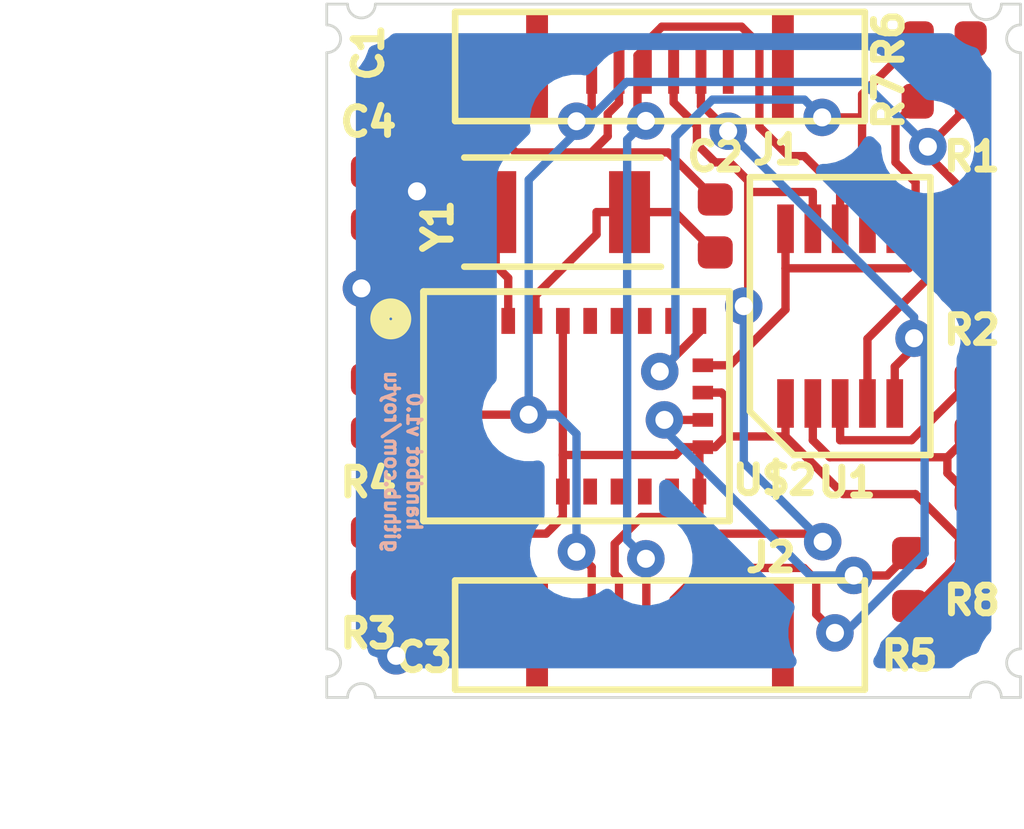
<source format=kicad_pcb>
(kicad_pcb (version 20171130) (host pcbnew "(5.1.6)-1")

  (general
    (thickness 1.6)
    (drawings 23)
    (tracks 225)
    (zones 0)
    (modules 17)
    (nets 23)
  )

  (page A4)
  (layers
    (0 Top signal)
    (31 Bottom signal)
    (32 B.Adhes user)
    (33 F.Adhes user)
    (34 B.Paste user)
    (35 F.Paste user)
    (36 B.SilkS user)
    (37 F.SilkS user)
    (38 B.Mask user)
    (39 F.Mask user)
    (40 Dwgs.User user)
    (41 Cmts.User user)
    (42 Eco1.User user)
    (43 Eco2.User user)
    (44 Edge.Cuts user)
    (45 Margin user)
    (46 B.CrtYd user)
    (47 F.CrtYd user)
    (48 B.Fab user hide)
    (49 F.Fab user hide)
  )

  (setup
    (last_trace_width 0.1524)
    (trace_clearance 0.1524)
    (zone_clearance 0.508)
    (zone_45_only no)
    (trace_min 0.1524)
    (via_size 0.6858)
    (via_drill 0.3302)
    (via_min_size 0.508)
    (via_min_drill 0.254)
    (uvia_size 0.6858)
    (uvia_drill 0.3302)
    (uvias_allowed no)
    (uvia_min_size 0)
    (uvia_min_drill 0)
    (edge_width 0.05)
    (segment_width 0.2)
    (pcb_text_width 0.3)
    (pcb_text_size 1.5 1.5)
    (mod_edge_width 0.12)
    (mod_text_size 1 1)
    (mod_text_width 0.15)
    (pad_size 1.524 1.524)
    (pad_drill 0.762)
    (pad_to_mask_clearance 0.0508)
    (aux_axis_origin 0 0)
    (visible_elements 7FFFFFFF)
    (pcbplotparams
      (layerselection 0x010fc_ffffffff)
      (usegerberextensions false)
      (usegerberattributes true)
      (usegerberadvancedattributes true)
      (creategerberjobfile true)
      (excludeedgelayer true)
      (linewidth 0.100000)
      (plotframeref false)
      (viasonmask false)
      (mode 1)
      (useauxorigin false)
      (hpglpennumber 1)
      (hpglpenspeed 20)
      (hpglpendiameter 15.000000)
      (psnegative false)
      (psa4output false)
      (plotreference true)
      (plotvalue true)
      (plotinvisibletext false)
      (padsonsilk false)
      (subtractmaskfromsilk false)
      (outputformat 1)
      (mirror false)
      (drillshape 1)
      (scaleselection 1)
      (outputdirectory ""))
  )

  (net 0 "")
  (net 1 GND)
  (net 2 "Net-(C1-Pad2)")
  (net 3 "Net-(C2-Pad2)")
  (net 4 /SDA_3V)
  (net 5 /SCL_3V)
  (net 6 /I2CADDR_3V)
  (net 7 "Net-(C3-Pad2)")
  (net 8 "Net-(U$2-Pad8)")
  (net 9 "Net-(U$2-Pad7)")
  (net 10 /PS0_3V)
  (net 11 /PS1_3V)
  (net 12 +3.3V)
  (net 13 "Net-(R1-Pad1)")
  (net 14 "Net-(R2-Pad2)")
  (net 15 EN)
  (net 16 "Net-(U1-Pad6)")
  (net 17 SDA)
  (net 18 SCL)
  (net 19 "Net-(U$2-Pad14)")
  (net 20 "Net-(U$2-Pad11)")
  (net 21 "Net-(J1-Pad6)")
  (net 22 "Net-(J2-Pad6)")

  (net_class Default "This is the default net class."
    (clearance 0.1524)
    (trace_width 0.1524)
    (via_dia 0.6858)
    (via_drill 0.3302)
    (uvia_dia 0.6858)
    (uvia_drill 0.3302)
    (diff_pair_width 0.1524)
    (diff_pair_gap 0.1524)
    (add_net +3.3V)
    (add_net /I2CADDR_3V)
    (add_net /PS0_3V)
    (add_net /PS1_3V)
    (add_net /SCL_3V)
    (add_net /SDA_3V)
    (add_net EN)
    (add_net GND)
    (add_net "Net-(C1-Pad2)")
    (add_net "Net-(C2-Pad2)")
    (add_net "Net-(C3-Pad2)")
    (add_net "Net-(J1-Pad6)")
    (add_net "Net-(J2-Pad6)")
    (add_net "Net-(R1-Pad1)")
    (add_net "Net-(R2-Pad2)")
    (add_net "Net-(U$2-Pad11)")
    (add_net "Net-(U$2-Pad14)")
    (add_net "Net-(U$2-Pad7)")
    (add_net "Net-(U$2-Pad8)")
    (add_net "Net-(U1-Pad6)")
    (add_net SCL)
    (add_net SDA)
  )

  (module handbot:LTC4316_MSOP (layer Top) (tedit 5F12F485) (tstamp 5F143177)
    (at 179.578 109.855)
    (path /5F166A48)
    (attr smd)
    (fp_text reference U1 (at 0.127 3.048 180) (layer F.SilkS)
      (effects (font (size 0.508 0.508) (thickness 0.127)))
    )
    (fp_text value LTC4316 (at 0 0) (layer F.Fab)
      (effects (font (size 1 1) (thickness 0.15)))
    )
    (fp_line (start -0.8525 2.5445) (end -1.6525 1.7445) (layer F.SilkS) (width 0.12))
    (fp_line (start -1.6525 1.7445) (end -1.6525 -2.5445) (layer F.SilkS) (width 0.12))
    (fp_line (start -1.6525 -2.5445) (end 1.6525 -2.5445) (layer F.SilkS) (width 0.12))
    (fp_line (start 1.6525 -2.5445) (end 1.6525 2.5445) (layer F.SilkS) (width 0.12))
    (fp_line (start 1.6525 2.5445) (end -0.8525 2.5445) (layer F.SilkS) (width 0.12))
    (fp_line (start -1.4 -2.29) (end 1.4 -2.29) (layer F.CrtYd) (width 0.05))
    (fp_line (start 1.4 -2.29) (end 1.4 2.29) (layer F.CrtYd) (width 0.05))
    (fp_line (start 1.4 2.29) (end -1.4 2.29) (layer F.CrtYd) (width 0.05))
    (fp_line (start -1.4 2.29) (end -1.4 -2.29) (layer F.CrtYd) (width 0.05))
    (pad 5 smd rect (at 1 1.6) (size 0.305 0.889) (layers Top F.Paste F.Mask)
      (net 15 EN))
    (pad 6 smd rect (at 1 -1.6) (size 0.305 0.889) (layers Top F.Paste F.Mask)
      (net 16 "Net-(U1-Pad6)"))
    (pad 4 smd rect (at 0.5 1.6) (size 0.305 0.889) (layers Top F.Paste F.Mask)
      (net 12 +3.3V))
    (pad 7 smd rect (at 0.5 -1.6) (size 0.305 0.889) (layers Top F.Paste F.Mask)
      (net 4 /SDA_3V))
    (pad 3 smd rect (at 0 1.6) (size 0.305 0.889) (layers Top F.Paste F.Mask)
      (net 13 "Net-(R1-Pad1)"))
    (pad 8 smd rect (at 0 -1.6) (size 0.305 0.889) (layers Top F.Paste F.Mask)
      (net 17 SDA))
    (pad 2 smd rect (at -0.5 1.6) (size 0.305 0.889) (layers Top F.Paste F.Mask)
      (net 14 "Net-(R2-Pad2)"))
    (pad 9 smd rect (at -0.5 -1.6) (size 0.305 0.889) (layers Top F.Paste F.Mask)
      (net 18 SCL))
    (pad 1 smd rect (at -1 1.6) (size 0.305 0.889) (layers Top F.Paste F.Mask)
      (net 1 GND))
    (pad 10 smd rect (at -1 -1.6) (size 0.305 0.889) (layers Top F.Paste F.Mask)
      (net 5 /SCL_3V))
  )

  (module Resistor_SMD:R_0402_1005Metric (layer Top) (tedit 5B301BBD) (tstamp 5F1513E7)
    (at 181.483 105.918)
    (descr "Resistor SMD 0402 (1005 Metric), square (rectangular) end terminal, IPC_7351 nominal, (Body size source: http://www.tortai-tech.com/upload/download/2011102023233369053.pdf), generated with kicad-footprint-generator")
    (tags resistor)
    (path /6C198247)
    (attr smd)
    (fp_text reference R7 (at -1.016 0 90) (layer F.SilkS)
      (effects (font (size 0.508 0.508) (thickness 0.127)))
    )
    (fp_text value 10K (at 0 1.17) (layer F.Fab)
      (effects (font (size 1 1) (thickness 0.15)))
    )
    (fp_line (start 0.93 0.47) (end -0.93 0.47) (layer F.CrtYd) (width 0.05))
    (fp_line (start 0.93 -0.47) (end 0.93 0.47) (layer F.CrtYd) (width 0.05))
    (fp_line (start -0.93 -0.47) (end 0.93 -0.47) (layer F.CrtYd) (width 0.05))
    (fp_line (start -0.93 0.47) (end -0.93 -0.47) (layer F.CrtYd) (width 0.05))
    (fp_line (start 0.5 0.25) (end -0.5 0.25) (layer F.Fab) (width 0.1))
    (fp_line (start 0.5 -0.25) (end 0.5 0.25) (layer F.Fab) (width 0.1))
    (fp_line (start -0.5 -0.25) (end 0.5 -0.25) (layer F.Fab) (width 0.1))
    (fp_line (start -0.5 0.25) (end -0.5 -0.25) (layer F.Fab) (width 0.1))
    (fp_text user %R (at 0 0) (layer F.Fab)
      (effects (font (size 0.25 0.25) (thickness 0.04)))
    )
    (pad 2 smd roundrect (at 0.485 0) (size 0.59 0.64) (layers Top F.Paste F.Mask) (roundrect_rratio 0.25)
      (net 12 +3.3V))
    (pad 1 smd roundrect (at -0.485 0) (size 0.59 0.64) (layers Top F.Paste F.Mask) (roundrect_rratio 0.25)
      (net 5 /SCL_3V))
    (model ${KISYS3DMOD}/Resistor_SMD.3dshapes/R_0402_1005Metric.wrl
      (at (xyz 0 0 0))
      (scale (xyz 1 1 1))
      (rotate (xyz 0 0 0))
    )
  )

  (module Resistor_SMD:R_0402_1005Metric (layer Top) (tedit 5B301BBD) (tstamp 5F151420)
    (at 181.483 104.775)
    (descr "Resistor SMD 0402 (1005 Metric), square (rectangular) end terminal, IPC_7351 nominal, (Body size source: http://www.tortai-tech.com/upload/download/2011102023233369053.pdf), generated with kicad-footprint-generator")
    (tags resistor)
    (path /91847459)
    (attr smd)
    (fp_text reference R6 (at -1.016 0 90) (layer F.SilkS)
      (effects (font (size 0.508 0.508) (thickness 0.127)))
    )
    (fp_text value 10K (at 0 1.17) (layer F.Fab)
      (effects (font (size 1 1) (thickness 0.15)))
    )
    (fp_line (start 0.93 0.47) (end -0.93 0.47) (layer F.CrtYd) (width 0.05))
    (fp_line (start 0.93 -0.47) (end 0.93 0.47) (layer F.CrtYd) (width 0.05))
    (fp_line (start -0.93 -0.47) (end 0.93 -0.47) (layer F.CrtYd) (width 0.05))
    (fp_line (start -0.93 0.47) (end -0.93 -0.47) (layer F.CrtYd) (width 0.05))
    (fp_line (start 0.5 0.25) (end -0.5 0.25) (layer F.Fab) (width 0.1))
    (fp_line (start 0.5 -0.25) (end 0.5 0.25) (layer F.Fab) (width 0.1))
    (fp_line (start -0.5 -0.25) (end 0.5 -0.25) (layer F.Fab) (width 0.1))
    (fp_line (start -0.5 0.25) (end -0.5 -0.25) (layer F.Fab) (width 0.1))
    (fp_text user %R (at 0 0) (layer F.Fab)
      (effects (font (size 0.25 0.25) (thickness 0.04)))
    )
    (pad 2 smd roundrect (at 0.485 0) (size 0.59 0.64) (layers Top F.Paste F.Mask) (roundrect_rratio 0.25)
      (net 12 +3.3V))
    (pad 1 smd roundrect (at -0.485 0) (size 0.59 0.64) (layers Top F.Paste F.Mask) (roundrect_rratio 0.25)
      (net 4 /SDA_3V))
    (model ${KISYS3DMOD}/Resistor_SMD.3dshapes/R_0402_1005Metric.wrl
      (at (xyz 0 0 0))
      (scale (xyz 1 1 1))
      (rotate (xyz 0 0 0))
    )
  )

  (module Resistor_SMD:R_0402_1005Metric (layer Top) (tedit 5B301BBD) (tstamp 5F142404)
    (at 180.848 114.681 270)
    (descr "Resistor SMD 0402 (1005 Metric), square (rectangular) end terminal, IPC_7351 nominal, (Body size source: http://www.tortai-tech.com/upload/download/2011102023233369053.pdf), generated with kicad-footprint-generator")
    (tags resistor)
    (path /40871C63)
    (attr smd)
    (fp_text reference R5 (at 1.397 0 180) (layer F.SilkS)
      (effects (font (size 0.508 0.508) (thickness 0.127)))
    )
    (fp_text value 10K (at 0 1.17 90) (layer F.Fab)
      (effects (font (size 1 1) (thickness 0.15)))
    )
    (fp_line (start 0.93 0.47) (end -0.93 0.47) (layer F.CrtYd) (width 0.05))
    (fp_line (start 0.93 -0.47) (end 0.93 0.47) (layer F.CrtYd) (width 0.05))
    (fp_line (start -0.93 -0.47) (end 0.93 -0.47) (layer F.CrtYd) (width 0.05))
    (fp_line (start -0.93 0.47) (end -0.93 -0.47) (layer F.CrtYd) (width 0.05))
    (fp_line (start 0.5 0.25) (end -0.5 0.25) (layer F.Fab) (width 0.1))
    (fp_line (start 0.5 -0.25) (end 0.5 0.25) (layer F.Fab) (width 0.1))
    (fp_line (start -0.5 -0.25) (end 0.5 -0.25) (layer F.Fab) (width 0.1))
    (fp_line (start -0.5 0.25) (end -0.5 -0.25) (layer F.Fab) (width 0.1))
    (fp_text user %R (at 0 0 90) (layer F.Fab)
      (effects (font (size 0.25 0.25) (thickness 0.04)))
    )
    (pad 2 smd roundrect (at 0.485 0 270) (size 0.59 0.64) (layers Top F.Paste F.Mask) (roundrect_rratio 0.25)
      (net 1 GND))
    (pad 1 smd roundrect (at -0.485 0 270) (size 0.59 0.64) (layers Top F.Paste F.Mask) (roundrect_rratio 0.25)
      (net 6 /I2CADDR_3V))
    (model ${KISYS3DMOD}/Resistor_SMD.3dshapes/R_0402_1005Metric.wrl
      (at (xyz 0 0 0))
      (scale (xyz 1 1 1))
      (rotate (xyz 0 0 0))
    )
  )

  (module Resistor_SMD:R_0402_1005Metric (layer Top) (tedit 5B301BBD) (tstamp 5F152418)
    (at 170.942 111.506 90)
    (descr "Resistor SMD 0402 (1005 Metric), square (rectangular) end terminal, IPC_7351 nominal, (Body size source: http://www.tortai-tech.com/upload/download/2011102023233369053.pdf), generated with kicad-footprint-generator")
    (tags resistor)
    (path /30FCCEAE)
    (attr smd)
    (fp_text reference R4 (at -1.397 0 180) (layer F.SilkS)
      (effects (font (size 0.508 0.508) (thickness 0.127)))
    )
    (fp_text value 10K (at 0 1.17 90) (layer F.Fab)
      (effects (font (size 1 1) (thickness 0.15)))
    )
    (fp_line (start 0.93 0.47) (end -0.93 0.47) (layer F.CrtYd) (width 0.05))
    (fp_line (start 0.93 -0.47) (end 0.93 0.47) (layer F.CrtYd) (width 0.05))
    (fp_line (start -0.93 -0.47) (end 0.93 -0.47) (layer F.CrtYd) (width 0.05))
    (fp_line (start -0.93 0.47) (end -0.93 -0.47) (layer F.CrtYd) (width 0.05))
    (fp_line (start 0.5 0.25) (end -0.5 0.25) (layer F.Fab) (width 0.1))
    (fp_line (start 0.5 -0.25) (end 0.5 0.25) (layer F.Fab) (width 0.1))
    (fp_line (start -0.5 -0.25) (end 0.5 -0.25) (layer F.Fab) (width 0.1))
    (fp_line (start -0.5 0.25) (end -0.5 -0.25) (layer F.Fab) (width 0.1))
    (fp_text user %R (at 0 0 90) (layer F.Fab)
      (effects (font (size 0.25 0.25) (thickness 0.04)))
    )
    (pad 2 smd roundrect (at 0.485 0 90) (size 0.59 0.64) (layers Top F.Paste F.Mask) (roundrect_rratio 0.25)
      (net 1 GND))
    (pad 1 smd roundrect (at -0.485 0 90) (size 0.59 0.64) (layers Top F.Paste F.Mask) (roundrect_rratio 0.25)
      (net 11 /PS1_3V))
    (model ${KISYS3DMOD}/Resistor_SMD.3dshapes/R_0402_1005Metric.wrl
      (at (xyz 0 0 0))
      (scale (xyz 1 1 1))
      (rotate (xyz 0 0 0))
    )
  )

  (module Resistor_SMD:R_0402_1005Metric (layer Top) (tedit 5B301BBD) (tstamp 5F13E7FF)
    (at 170.942 114.3 270)
    (descr "Resistor SMD 0402 (1005 Metric), square (rectangular) end terminal, IPC_7351 nominal, (Body size source: http://www.tortai-tech.com/upload/download/2011102023233369053.pdf), generated with kicad-footprint-generator")
    (tags resistor)
    (path /2A684572)
    (attr smd)
    (fp_text reference R3 (at 1.3716 0 180) (layer F.SilkS)
      (effects (font (size 0.508 0.508) (thickness 0.127)))
    )
    (fp_text value 10K (at 0 1.17 90) (layer F.Fab)
      (effects (font (size 1 1) (thickness 0.15)))
    )
    (fp_line (start 0.93 0.47) (end -0.93 0.47) (layer F.CrtYd) (width 0.05))
    (fp_line (start 0.93 -0.47) (end 0.93 0.47) (layer F.CrtYd) (width 0.05))
    (fp_line (start -0.93 -0.47) (end 0.93 -0.47) (layer F.CrtYd) (width 0.05))
    (fp_line (start -0.93 0.47) (end -0.93 -0.47) (layer F.CrtYd) (width 0.05))
    (fp_line (start 0.5 0.25) (end -0.5 0.25) (layer F.Fab) (width 0.1))
    (fp_line (start 0.5 -0.25) (end 0.5 0.25) (layer F.Fab) (width 0.1))
    (fp_line (start -0.5 -0.25) (end 0.5 -0.25) (layer F.Fab) (width 0.1))
    (fp_line (start -0.5 0.25) (end -0.5 -0.25) (layer F.Fab) (width 0.1))
    (fp_text user %R (at 0 0 90) (layer F.Fab)
      (effects (font (size 0.25 0.25) (thickness 0.04)))
    )
    (pad 2 smd roundrect (at 0.485 0 270) (size 0.59 0.64) (layers Top F.Paste F.Mask) (roundrect_rratio 0.25)
      (net 1 GND))
    (pad 1 smd roundrect (at -0.485 0 270) (size 0.59 0.64) (layers Top F.Paste F.Mask) (roundrect_rratio 0.25)
      (net 10 /PS0_3V))
    (model ${KISYS3DMOD}/Resistor_SMD.3dshapes/R_0402_1005Metric.wrl
      (at (xyz 0 0 0))
      (scale (xyz 1 1 1))
      (rotate (xyz 0 0 0))
    )
  )

  (module Capacitor_SMD:C_0402_1005Metric (layer Top) (tedit 5B301BBE) (tstamp 5F13E7B4)
    (at 170.942 107.696 270)
    (descr "Capacitor SMD 0402 (1005 Metric), square (rectangular) end terminal, IPC_7351 nominal, (Body size source: http://www.tortai-tech.com/upload/download/2011102023233369053.pdf), generated with kicad-footprint-generator")
    (tags capacitor)
    (path /03F6E73E)
    (attr smd)
    (fp_text reference C4 (at -1.397 0 180) (layer F.SilkS)
      (effects (font (size 0.508 0.508) (thickness 0.127)))
    )
    (fp_text value 0.1uF (at 0 1.17 90) (layer F.Fab)
      (effects (font (size 1 1) (thickness 0.15)))
    )
    (fp_line (start 0.93 0.47) (end -0.93 0.47) (layer F.CrtYd) (width 0.05))
    (fp_line (start 0.93 -0.47) (end 0.93 0.47) (layer F.CrtYd) (width 0.05))
    (fp_line (start -0.93 -0.47) (end 0.93 -0.47) (layer F.CrtYd) (width 0.05))
    (fp_line (start -0.93 0.47) (end -0.93 -0.47) (layer F.CrtYd) (width 0.05))
    (fp_line (start 0.5 0.25) (end -0.5 0.25) (layer F.Fab) (width 0.1))
    (fp_line (start 0.5 -0.25) (end 0.5 0.25) (layer F.Fab) (width 0.1))
    (fp_line (start -0.5 -0.25) (end 0.5 -0.25) (layer F.Fab) (width 0.1))
    (fp_line (start -0.5 0.25) (end -0.5 -0.25) (layer F.Fab) (width 0.1))
    (fp_text user %R (at 0 0 90) (layer F.Fab)
      (effects (font (size 0.25 0.25) (thickness 0.04)))
    )
    (pad 2 smd roundrect (at 0.485 0 270) (size 0.59 0.64) (layers Top F.Paste F.Mask) (roundrect_rratio 0.25)
      (net 12 +3.3V))
    (pad 1 smd roundrect (at -0.485 0 270) (size 0.59 0.64) (layers Top F.Paste F.Mask) (roundrect_rratio 0.25)
      (net 1 GND))
    (model ${KISYS3DMOD}/Capacitor_SMD.3dshapes/C_0402_1005Metric.wrl
      (at (xyz 0 0 0))
      (scale (xyz 1 1 1))
      (rotate (xyz 0 0 0))
    )
  )

  (module Capacitor_SMD:C_0402_1005Metric (layer Top) (tedit 5B301BBE) (tstamp 5F15147B)
    (at 171.958 114.681 90)
    (descr "Capacitor SMD 0402 (1005 Metric), square (rectangular) end terminal, IPC_7351 nominal, (Body size source: http://www.tortai-tech.com/upload/download/2011102023233369053.pdf), generated with kicad-footprint-generator")
    (tags capacitor)
    (path /88676885)
    (attr smd)
    (fp_text reference C3 (at -1.4224 0 180) (layer F.SilkS)
      (effects (font (size 0.508 0.508) (thickness 0.127)))
    )
    (fp_text value 0.1uF (at 0 1.17 90) (layer F.Fab)
      (effects (font (size 1 1) (thickness 0.15)))
    )
    (fp_line (start 0.93 0.47) (end -0.93 0.47) (layer F.CrtYd) (width 0.05))
    (fp_line (start 0.93 -0.47) (end 0.93 0.47) (layer F.CrtYd) (width 0.05))
    (fp_line (start -0.93 -0.47) (end 0.93 -0.47) (layer F.CrtYd) (width 0.05))
    (fp_line (start -0.93 0.47) (end -0.93 -0.47) (layer F.CrtYd) (width 0.05))
    (fp_line (start 0.5 0.25) (end -0.5 0.25) (layer F.Fab) (width 0.1))
    (fp_line (start 0.5 -0.25) (end 0.5 0.25) (layer F.Fab) (width 0.1))
    (fp_line (start -0.5 -0.25) (end 0.5 -0.25) (layer F.Fab) (width 0.1))
    (fp_line (start -0.5 0.25) (end -0.5 -0.25) (layer F.Fab) (width 0.1))
    (fp_text user %R (at 0 0 90) (layer F.Fab)
      (effects (font (size 0.25 0.25) (thickness 0.04)))
    )
    (pad 2 smd roundrect (at 0.485 0 90) (size 0.59 0.64) (layers Top F.Paste F.Mask) (roundrect_rratio 0.25)
      (net 7 "Net-(C3-Pad2)"))
    (pad 1 smd roundrect (at -0.485 0 90) (size 0.59 0.64) (layers Top F.Paste F.Mask) (roundrect_rratio 0.25)
      (net 1 GND))
    (model ${KISYS3DMOD}/Capacitor_SMD.3dshapes/C_0402_1005Metric.wrl
      (at (xyz 0 0 0))
      (scale (xyz 1 1 1))
      (rotate (xyz 0 0 0))
    )
  )

  (module Capacitor_SMD:C_0402_1005Metric (layer Top) (tedit 5B301BBE) (tstamp 5F142FB4)
    (at 177.292 108.204 270)
    (descr "Capacitor SMD 0402 (1005 Metric), square (rectangular) end terminal, IPC_7351 nominal, (Body size source: http://www.tortai-tech.com/upload/download/2011102023233369053.pdf), generated with kicad-footprint-generator")
    (tags capacitor)
    (path /1A664D53)
    (attr smd)
    (fp_text reference C2 (at -1.27 0 180) (layer F.SilkS)
      (effects (font (size 0.508 0.508) (thickness 0.127)))
    )
    (fp_text value 22pF (at 0 1.17 90) (layer F.Fab)
      (effects (font (size 1 1) (thickness 0.15)))
    )
    (fp_line (start 0.93 0.47) (end -0.93 0.47) (layer F.CrtYd) (width 0.05))
    (fp_line (start 0.93 -0.47) (end 0.93 0.47) (layer F.CrtYd) (width 0.05))
    (fp_line (start -0.93 -0.47) (end 0.93 -0.47) (layer F.CrtYd) (width 0.05))
    (fp_line (start -0.93 0.47) (end -0.93 -0.47) (layer F.CrtYd) (width 0.05))
    (fp_line (start 0.5 0.25) (end -0.5 0.25) (layer F.Fab) (width 0.1))
    (fp_line (start 0.5 -0.25) (end 0.5 0.25) (layer F.Fab) (width 0.1))
    (fp_line (start -0.5 -0.25) (end 0.5 -0.25) (layer F.Fab) (width 0.1))
    (fp_line (start -0.5 0.25) (end -0.5 -0.25) (layer F.Fab) (width 0.1))
    (fp_text user %R (at 0 0 90) (layer F.Fab)
      (effects (font (size 0.25 0.25) (thickness 0.04)))
    )
    (pad 2 smd roundrect (at 0.485 0 270) (size 0.59 0.64) (layers Top F.Paste F.Mask) (roundrect_rratio 0.25)
      (net 3 "Net-(C2-Pad2)"))
    (pad 1 smd roundrect (at -0.485 0 270) (size 0.59 0.64) (layers Top F.Paste F.Mask) (roundrect_rratio 0.25)
      (net 1 GND))
    (model ${KISYS3DMOD}/Capacitor_SMD.3dshapes/C_0402_1005Metric.wrl
      (at (xyz 0 0 0))
      (scale (xyz 1 1 1))
      (rotate (xyz 0 0 0))
    )
  )

  (module Capacitor_SMD:C_0402_1005Metric (layer Top) (tedit 5B301BBE) (tstamp 5F142FDE)
    (at 171.958 105.664 270)
    (descr "Capacitor SMD 0402 (1005 Metric), square (rectangular) end terminal, IPC_7351 nominal, (Body size source: http://www.tortai-tech.com/upload/download/2011102023233369053.pdf), generated with kicad-footprint-generator")
    (tags capacitor)
    (path /7EE2FFE3)
    (attr smd)
    (fp_text reference C1 (at -0.635 1.016 90) (layer F.SilkS)
      (effects (font (size 0.508 0.508) (thickness 0.127)))
    )
    (fp_text value 22pF (at 0 1.17 90) (layer F.Fab)
      (effects (font (size 1 1) (thickness 0.15)))
    )
    (fp_line (start 0.93 0.47) (end -0.93 0.47) (layer F.CrtYd) (width 0.05))
    (fp_line (start 0.93 -0.47) (end 0.93 0.47) (layer F.CrtYd) (width 0.05))
    (fp_line (start -0.93 -0.47) (end 0.93 -0.47) (layer F.CrtYd) (width 0.05))
    (fp_line (start -0.93 0.47) (end -0.93 -0.47) (layer F.CrtYd) (width 0.05))
    (fp_line (start 0.5 0.25) (end -0.5 0.25) (layer F.Fab) (width 0.1))
    (fp_line (start 0.5 -0.25) (end 0.5 0.25) (layer F.Fab) (width 0.1))
    (fp_line (start -0.5 -0.25) (end 0.5 -0.25) (layer F.Fab) (width 0.1))
    (fp_line (start -0.5 0.25) (end -0.5 -0.25) (layer F.Fab) (width 0.1))
    (fp_text user %R (at 0 0 90) (layer F.Fab)
      (effects (font (size 0.25 0.25) (thickness 0.04)))
    )
    (pad 2 smd roundrect (at 0.485 0 270) (size 0.59 0.64) (layers Top F.Paste F.Mask) (roundrect_rratio 0.25)
      (net 2 "Net-(C1-Pad2)"))
    (pad 1 smd roundrect (at -0.485 0 270) (size 0.59 0.64) (layers Top F.Paste F.Mask) (roundrect_rratio 0.25)
      (net 1 GND))
    (model ${KISYS3DMOD}/Capacitor_SMD.3dshapes/C_0402_1005Metric.wrl
      (at (xyz 0 0 0))
      (scale (xyz 1 1 1))
      (rotate (xyz 0 0 0))
    )
  )

  (module handbot:Crystal_SMD (layer Top) (tedit 5F1370C7) (tstamp 5F151963)
    (at 174.498 107.95 180)
    (descr "SMD Crystal TXC 7A http://txccrystal.com/images/pdf/7a.pdf")
    (tags "SMD SMT crystal")
    (path /7D89E2D8)
    (attr smd)
    (fp_text reference Y1 (at 2.286 -0.254 90) (layer F.SilkS)
      (effects (font (size 0.508 0.508) (thickness 0.127)))
    )
    (fp_text value 32.768kHz (at 0 2.7) (layer F.Fab)
      (effects (font (size 1 1) (thickness 0.15)))
    )
    (fp_line (start -2 -1.5) (end 2 -1.5) (layer F.CrtYd) (width 0.05))
    (fp_line (start -2 -1.5) (end -2 1.5) (layer F.CrtYd) (width 0.05))
    (fp_line (start 2 -1.5) (end 2 1.5) (layer F.CrtYd) (width 0.05))
    (fp_line (start 2 1.5) (end -2 1.5) (layer F.CrtYd) (width 0.05))
    (fp_line (start -1.8 -1) (end 1.8 -1) (layer F.SilkS) (width 0.12))
    (fp_line (start -1.8 1) (end 1.8 1) (layer F.SilkS) (width 0.12))
    (fp_line (start -1.7 -0.75) (end 1.7 -0.75) (layer F.Fab) (width 0.1))
    (fp_line (start 1.7 -0.75) (end 1.7 0.75) (layer F.Fab) (width 0.1))
    (fp_line (start -1.7 0.75) (end 1.7 0.75) (layer F.Fab) (width 0.1))
    (fp_line (start -1.7 -0.75) (end -1.7 0.75) (layer F.Fab) (width 0.1))
    (fp_text user %R (at 0 -2.5) (layer F.Fab)
      (effects (font (size 1 1) (thickness 0.15)))
    )
    (pad 2 smd rect (at 1.225 0 180) (size 0.75 1.5) (layers Top F.Paste F.Mask)
      (net 2 "Net-(C1-Pad2)"))
    (pad 1 smd rect (at -1.225 0 180) (size 0.75 1.5) (layers Top F.Paste F.Mask)
      (net 3 "Net-(C2-Pad2)"))
    (model ${KISYS3DMOD}/Crystal.3dshapes/Crystal_SMD_TXC_7A-2Pin_5x3.2mm.wrl
      (at (xyz 0 0 0))
      (scale (xyz 1 1 1))
      (rotate (xyz 0 0 0))
    )
  )

  (module handbot:BNO055 (layer Top) (tedit 0) (tstamp 5F13E87A)
    (at 174.752 111.506)
    (path /91FE89A2)
    (fp_text reference U$2 (at 2.794 1.651) (layer F.SilkS)
      (effects (font (size 0.508 0.508) (thickness 0.127)) (justify left bottom))
    )
    (fp_text value BNO055 (at -1.47 -0.338) (layer F.Fab)
      (effects (font (size 0.38608 0.38608) (thickness 0.038608)) (justify left bottom))
    )
    (fp_circle (center -3.4 -1.6) (end -3.2 -1.6) (layer F.SilkS) (width 0.35))
    (fp_line (start -2.8 2.1) (end -2.8 -2.1) (layer F.SilkS) (width 0.127))
    (fp_line (start 2.8 2.1) (end -2.8 2.1) (layer F.SilkS) (width 0.127))
    (fp_line (start 2.8 -2.1) (end 2.8 2.1) (layer F.SilkS) (width 0.127))
    (fp_line (start -2.8 -2.1) (end 2.8 -2.1) (layer F.SilkS) (width 0.127))
    (fp_line (start -2.6 1.9) (end -2.6 -1.9) (layer F.Fab) (width 0.127))
    (fp_line (start 2.6 1.9) (end -2.6 1.9) (layer F.Fab) (width 0.127))
    (fp_line (start 2.6 -1.9) (end 2.6 1.9) (layer F.Fab) (width 0.127))
    (fp_line (start -2.6 -1.9) (end 2.6 -1.9) (layer F.Fab) (width 0.127))
    (pad 28 smd rect (at -1.75 -1.5625) (size 0.25 0.475) (layers Top F.Paste F.Mask)
      (net 12 +3.3V) (solder_mask_margin 0.0508))
    (pad 27 smd rect (at -1.25 -1.5625) (size 0.25 0.475) (layers Top F.Paste F.Mask)
      (net 2 "Net-(C1-Pad2)") (solder_mask_margin 0.0508))
    (pad 26 smd rect (at -0.75 -1.5625) (size 0.25 0.475) (layers Top F.Paste F.Mask)
      (net 3 "Net-(C2-Pad2)") (solder_mask_margin 0.0508))
    (pad 25 smd rect (at -0.25 -1.5625) (size 0.25 0.475) (layers Top F.Paste F.Mask)
      (net 1 GND) (solder_mask_margin 0.0508))
    (pad 24 smd rect (at 0.25 -1.5625) (size 0.25 0.475) (layers Top F.Paste F.Mask)
      (solder_mask_margin 0.0508))
    (pad 23 smd rect (at 0.75 -1.5625) (size 0.25 0.475) (layers Top F.Paste F.Mask)
      (solder_mask_margin 0.0508))
    (pad 22 smd rect (at 1.25 -1.5625) (size 0.25 0.475) (layers Top F.Paste F.Mask)
      (solder_mask_margin 0.0508))
    (pad 21 smd rect (at 1.75 -1.5625) (size 0.25 0.475) (layers Top F.Paste F.Mask)
      (solder_mask_margin 0.0508))
    (pad 20 smd rect (at 2.25 -1.5625) (size 0.25 0.475) (layers Top F.Paste F.Mask)
      (net 4 /SDA_3V) (solder_mask_margin 0.0508))
    (pad 19 smd rect (at 2.3125 -0.75) (size 0.375 0.25) (layers Top F.Paste F.Mask)
      (net 5 /SCL_3V) (solder_mask_margin 0.0508))
    (pad 18 smd rect (at 2.3125 -0.25) (size 0.375 0.25) (layers Top F.Paste F.Mask)
      (net 1 GND) (solder_mask_margin 0.0508))
    (pad 17 smd rect (at 2.3125 0.25) (size 0.375 0.25) (layers Top F.Paste F.Mask)
      (net 6 /I2CADDR_3V) (solder_mask_margin 0.0508))
    (pad 16 smd rect (at 2.3125 0.75) (size 0.375 0.25) (layers Top F.Paste F.Mask)
      (net 1 GND) (solder_mask_margin 0.0508))
    (pad 15 smd rect (at 2.25 1.5625) (size 0.25 0.475) (layers Top F.Paste F.Mask)
      (net 1 GND) (solder_mask_margin 0.0508))
    (pad 14 smd rect (at 1.75 1.5625) (size 0.25 0.475) (layers Top F.Paste F.Mask)
      (net 19 "Net-(U$2-Pad14)") (solder_mask_margin 0.0508))
    (pad 13 smd rect (at 1.25 1.5625) (size 0.25 0.475) (layers Top F.Paste F.Mask)
      (solder_mask_margin 0.0508))
    (pad 12 smd rect (at 0.75 1.5625) (size 0.25 0.475) (layers Top F.Paste F.Mask)
      (solder_mask_margin 0.0508))
    (pad 11 smd rect (at 0.25 1.5625) (size 0.25 0.475) (layers Top F.Paste F.Mask)
      (net 20 "Net-(U$2-Pad11)") (solder_mask_margin 0.0508))
    (pad 10 smd rect (at -0.25 1.5625) (size 0.25 0.475) (layers Top F.Paste F.Mask)
      (net 1 GND) (solder_mask_margin 0.0508))
    (pad 9 smd rect (at -0.75 1.5625) (size 0.25 0.475) (layers Top F.Paste F.Mask)
      (net 7 "Net-(C3-Pad2)") (solder_mask_margin 0.0508))
    (pad 8 smd rect (at -1.25 1.5625) (size 0.25 0.475) (layers Top F.Paste F.Mask)
      (net 8 "Net-(U$2-Pad8)") (solder_mask_margin 0.0508))
    (pad 7 smd rect (at -1.75 1.5625) (size 0.25 0.475) (layers Top F.Paste F.Mask)
      (net 9 "Net-(U$2-Pad7)") (solder_mask_margin 0.0508))
    (pad 6 smd rect (at -2.25 1.5625) (size 0.25 0.475) (layers Top F.Paste F.Mask)
      (net 10 /PS0_3V) (solder_mask_margin 0.0508))
    (pad 5 smd rect (at -2.3125 0.75) (size 0.375 0.25) (layers Top F.Paste F.Mask)
      (net 11 /PS1_3V) (solder_mask_margin 0.0508))
    (pad 4 smd rect (at -2.3125 0.25) (size 0.375 0.25) (layers Top F.Paste F.Mask)
      (net 12 +3.3V) (solder_mask_margin 0.0508))
    (pad 3 smd rect (at -2.3125 -0.25) (size 0.375 0.25) (layers Top F.Paste F.Mask)
      (net 12 +3.3V) (solder_mask_margin 0.0508))
    (pad 2 smd rect (at -2.3125 -0.75) (size 0.375 0.25) (layers Top F.Paste F.Mask)
      (net 1 GND) (solder_mask_margin 0.0508))
    (pad 1 smd rect (at -2.25 -1.5625) (size 0.25 0.475) (layers Top F.Paste F.Mask)
      (solder_mask_margin 0.0508))
  )

  (module Resistor_SMD:R_0402_1005Metric (layer Top) (tedit 5B301BBD) (tstamp 5F13E83A)
    (at 181.991 113.665 270)
    (descr "Resistor SMD 0402 (1005 Metric), square (rectangular) end terminal, IPC_7351 nominal, (Body size source: http://www.tortai-tech.com/upload/download/2011102023233369053.pdf), generated with kicad-footprint-generator")
    (tags resistor)
    (path /5F175B75)
    (attr smd)
    (fp_text reference R8 (at 1.397 0 180) (layer F.SilkS)
      (effects (font (size 0.508 0.508) (thickness 0.127)))
    )
    (fp_text value RESISTOR_0402 (at 0 1.17 90) (layer F.Fab)
      (effects (font (size 1 1) (thickness 0.15)))
    )
    (fp_line (start 0.93 0.47) (end -0.93 0.47) (layer F.CrtYd) (width 0.05))
    (fp_line (start 0.93 -0.47) (end 0.93 0.47) (layer F.CrtYd) (width 0.05))
    (fp_line (start -0.93 -0.47) (end 0.93 -0.47) (layer F.CrtYd) (width 0.05))
    (fp_line (start -0.93 0.47) (end -0.93 -0.47) (layer F.CrtYd) (width 0.05))
    (fp_line (start 0.5 0.25) (end -0.5 0.25) (layer F.Fab) (width 0.1))
    (fp_line (start 0.5 -0.25) (end 0.5 0.25) (layer F.Fab) (width 0.1))
    (fp_line (start -0.5 -0.25) (end 0.5 -0.25) (layer F.Fab) (width 0.1))
    (fp_line (start -0.5 0.25) (end -0.5 -0.25) (layer F.Fab) (width 0.1))
    (fp_text user %R (at 0 0 90) (layer F.Fab)
      (effects (font (size 0.25 0.25) (thickness 0.04)))
    )
    (pad 2 smd roundrect (at 0.485 0 270) (size 0.59 0.64) (layers Top F.Paste F.Mask) (roundrect_rratio 0.25)
      (net 1 GND))
    (pad 1 smd roundrect (at -0.485 0 270) (size 0.59 0.64) (layers Top F.Paste F.Mask) (roundrect_rratio 0.25)
      (net 14 "Net-(R2-Pad2)"))
    (model ${KISYS3DMOD}/Resistor_SMD.3dshapes/R_0402_1005Metric.wrl
      (at (xyz 0 0 0))
      (scale (xyz 1 1 1))
      (rotate (xyz 0 0 0))
    )
  )

  (module Resistor_SMD:R_0402_1005Metric (layer Top) (tedit 5B301BBD) (tstamp 5F13E7F4)
    (at 181.991 111.506 270)
    (descr "Resistor SMD 0402 (1005 Metric), square (rectangular) end terminal, IPC_7351 nominal, (Body size source: http://www.tortai-tech.com/upload/download/2011102023233369053.pdf), generated with kicad-footprint-generator")
    (tags resistor)
    (path /5F173CE0)
    (attr smd)
    (fp_text reference R2 (at -1.397 0 180) (layer F.SilkS)
      (effects (font (size 0.508 0.508) (thickness 0.127)))
    )
    (fp_text value RESISTOR_0402 (at 0 1.17 90) (layer F.Fab)
      (effects (font (size 1 1) (thickness 0.15)))
    )
    (fp_line (start 0.93 0.47) (end -0.93 0.47) (layer F.CrtYd) (width 0.05))
    (fp_line (start 0.93 -0.47) (end 0.93 0.47) (layer F.CrtYd) (width 0.05))
    (fp_line (start -0.93 -0.47) (end 0.93 -0.47) (layer F.CrtYd) (width 0.05))
    (fp_line (start -0.93 0.47) (end -0.93 -0.47) (layer F.CrtYd) (width 0.05))
    (fp_line (start 0.5 0.25) (end -0.5 0.25) (layer F.Fab) (width 0.1))
    (fp_line (start 0.5 -0.25) (end 0.5 0.25) (layer F.Fab) (width 0.1))
    (fp_line (start -0.5 -0.25) (end 0.5 -0.25) (layer F.Fab) (width 0.1))
    (fp_line (start -0.5 0.25) (end -0.5 -0.25) (layer F.Fab) (width 0.1))
    (fp_text user %R (at 0 0 90) (layer F.Fab)
      (effects (font (size 0.25 0.25) (thickness 0.04)))
    )
    (pad 2 smd roundrect (at 0.485 0 270) (size 0.59 0.64) (layers Top F.Paste F.Mask) (roundrect_rratio 0.25)
      (net 14 "Net-(R2-Pad2)"))
    (pad 1 smd roundrect (at -0.485 0 270) (size 0.59 0.64) (layers Top F.Paste F.Mask) (roundrect_rratio 0.25)
      (net 13 "Net-(R1-Pad1)"))
    (model ${KISYS3DMOD}/Resistor_SMD.3dshapes/R_0402_1005Metric.wrl
      (at (xyz 0 0 0))
      (scale (xyz 1 1 1))
      (rotate (xyz 0 0 0))
    )
  )

  (module Resistor_SMD:R_0402_1005Metric (layer Top) (tedit 5B301BBD) (tstamp 5F13E7E5)
    (at 181.991 108.204 90)
    (descr "Resistor SMD 0402 (1005 Metric), square (rectangular) end terminal, IPC_7351 nominal, (Body size source: http://www.tortai-tech.com/upload/download/2011102023233369053.pdf), generated with kicad-footprint-generator")
    (tags resistor)
    (path /5F170719)
    (attr smd)
    (fp_text reference R1 (at 1.27 0 180) (layer F.SilkS)
      (effects (font (size 0.508 0.508) (thickness 0.127)))
    )
    (fp_text value RESISTOR_0402 (at 0 1.17 90) (layer F.Fab)
      (effects (font (size 1 1) (thickness 0.15)))
    )
    (fp_line (start 0.93 0.47) (end -0.93 0.47) (layer F.CrtYd) (width 0.05))
    (fp_line (start 0.93 -0.47) (end 0.93 0.47) (layer F.CrtYd) (width 0.05))
    (fp_line (start -0.93 -0.47) (end 0.93 -0.47) (layer F.CrtYd) (width 0.05))
    (fp_line (start -0.93 0.47) (end -0.93 -0.47) (layer F.CrtYd) (width 0.05))
    (fp_line (start 0.5 0.25) (end -0.5 0.25) (layer F.Fab) (width 0.1))
    (fp_line (start 0.5 -0.25) (end 0.5 0.25) (layer F.Fab) (width 0.1))
    (fp_line (start -0.5 -0.25) (end 0.5 -0.25) (layer F.Fab) (width 0.1))
    (fp_line (start -0.5 0.25) (end -0.5 -0.25) (layer F.Fab) (width 0.1))
    (fp_text user %R (at 0 0 90) (layer F.Fab)
      (effects (font (size 0.25 0.25) (thickness 0.04)))
    )
    (pad 2 smd roundrect (at 0.485 0 90) (size 0.59 0.64) (layers Top F.Paste F.Mask) (roundrect_rratio 0.25)
      (net 12 +3.3V))
    (pad 1 smd roundrect (at -0.485 0 90) (size 0.59 0.64) (layers Top F.Paste F.Mask) (roundrect_rratio 0.25)
      (net 13 "Net-(R1-Pad1)"))
    (model ${KISYS3DMOD}/Resistor_SMD.3dshapes/R_0402_1005Metric.wrl
      (at (xyz 0 0 0))
      (scale (xyz 1 1 1))
      (rotate (xyz 0 0 0))
    )
  )

  (module handbot:Molex (layer Top) (tedit 5F136E99) (tstamp 5F13E7D6)
    (at 176.53 115.697)
    (descr "Molex Molex 1.00mm Pitch Easy-On BackFlip, Right-Angle, Bottom Contact FFC/FPC, 200528-0060, 6 Circuits (https://www.molex.com/pdm_docs/sd/2005280060_sd.pdf), generated with kicad-footprint-generator")
    (tags "connector Molex  top entry")
    (path /5F1BAC9B)
    (attr smd)
    (fp_text reference J2 (at 1.778 -1.422 180) (layer F.SilkS)
      (effects (font (size 0.508 0.508) (thickness 0.127)))
    )
    (fp_text value Conn_01x06 (at 0 4.5) (layer F.Fab)
      (effects (font (size 1 1) (thickness 0.15)))
    )
    (fp_line (start -4 1) (end -4 -1) (layer F.SilkS) (width 0.12))
    (fp_line (start 3.5 1) (end -4 1) (layer F.SilkS) (width 0.12))
    (fp_line (start 3.5 -1) (end 3.5 1) (layer F.SilkS) (width 0.12))
    (fp_line (start -4 -1) (end 3.5 -1) (layer F.SilkS) (width 0.12))
    (fp_text user %R (at 0 2) (layer F.Fab)
      (effects (font (size 1 1) (thickness 0.15)))
    )
    (pad MP smd rect (at 2 0) (size 0.4 2) (layers Top F.Paste F.Mask))
    (pad 6 smd rect (at 1 0) (size 0.2 1) (layers Top F.Paste F.Mask)
      (net 22 "Net-(J2-Pad6)"))
    (pad 5 smd rect (at 0.5 0) (size 0.2 1) (layers Top F.Paste F.Mask)
      (net 15 EN))
    (pad 4 smd rect (at 0 0) (size 0.2 1) (layers Top F.Paste F.Mask)
      (net 18 SCL))
    (pad 3 smd rect (at -0.5 0) (size 0.2 1) (layers Top F.Paste F.Mask)
      (net 17 SDA))
    (pad 2 smd rect (at -1 0) (size 0.2 1) (layers Top F.Paste F.Mask)
      (net 1 GND))
    (pad 1 smd rect (at -1.5 0) (size 0.2 1) (layers Top F.Paste F.Mask)
      (net 12 +3.3V))
    (pad MP smd rect (at -2.5 0) (size 0.4 2) (layers Top F.Paste F.Mask))
    (model ${KISYS3DMOD}/Connector_FFC-FPC.3dshapes/Molex_200528-0060_1x06-1MP_P1.00mm_Horizontal.wrl
      (at (xyz 0 0 0))
      (scale (xyz 1 1 1))
      (rotate (xyz 0 0 0))
    )
  )

  (module handbot:Molex (layer Top) (tedit 5F136E99) (tstamp 5F13E7C5)
    (at 176.53 105.283)
    (descr "Molex Molex 1.00mm Pitch Easy-On BackFlip, Right-Angle, Bottom Contact FFC/FPC, 200528-0060, 6 Circuits (https://www.molex.com/pdm_docs/sd/2005280060_sd.pdf), generated with kicad-footprint-generator")
    (tags "connector Molex  top entry")
    (path /5F1B877A)
    (attr smd)
    (fp_text reference J1 (at 1.905 1.524 180) (layer F.SilkS)
      (effects (font (size 0.508 0.508) (thickness 0.127)))
    )
    (fp_text value Conn_01x06 (at 0 4.5) (layer F.Fab)
      (effects (font (size 1 1) (thickness 0.15)))
    )
    (fp_line (start -4 1) (end -4 -1) (layer F.SilkS) (width 0.12))
    (fp_line (start 3.5 1) (end -4 1) (layer F.SilkS) (width 0.12))
    (fp_line (start 3.5 -1) (end 3.5 1) (layer F.SilkS) (width 0.12))
    (fp_line (start -4 -1) (end 3.5 -1) (layer F.SilkS) (width 0.12))
    (fp_text user %R (at 0 2) (layer F.Fab)
      (effects (font (size 1 1) (thickness 0.15)))
    )
    (pad MP smd rect (at 2 0) (size 0.4 2) (layers Top F.Paste F.Mask))
    (pad 6 smd rect (at 1 0) (size 0.2 1) (layers Top F.Paste F.Mask)
      (net 21 "Net-(J1-Pad6)"))
    (pad 5 smd rect (at 0.5 0) (size 0.2 1) (layers Top F.Paste F.Mask)
      (net 15 EN))
    (pad 4 smd rect (at 0 0) (size 0.2 1) (layers Top F.Paste F.Mask)
      (net 18 SCL))
    (pad 3 smd rect (at -0.5 0) (size 0.2 1) (layers Top F.Paste F.Mask)
      (net 17 SDA))
    (pad 2 smd rect (at -1 0) (size 0.2 1) (layers Top F.Paste F.Mask)
      (net 1 GND))
    (pad 1 smd rect (at -1.5 0) (size 0.2 1) (layers Top F.Paste F.Mask)
      (net 12 +3.3V))
    (pad MP smd rect (at -2.5 0) (size 0.4 2) (layers Top F.Paste F.Mask))
    (model ${KISYS3DMOD}/Connector_FFC-FPC.3dshapes/Molex_200528-0060_1x06-1MP_P1.00mm_Horizontal.wrl
      (at (xyz 0 0 0))
      (scale (xyz 1 1 1))
      (rotate (xyz 0 0 0))
    )
  )

  (gr_text "handbot v1.0\ngithub.com/roytu" (at 171.577 112.522 270) (layer B.SilkS)
    (effects (font (size 0.254 0.254) (thickness 0.0635)) (justify mirror))
  )
  (gr_line (start 170.18 104.521) (end 170.18 104.14) (layer Edge.Cuts) (width 0.05) (tstamp 5F1E6DF2))
  (gr_line (start 170.18 115.951) (end 170.18 105.029) (layer Edge.Cuts) (width 0.05) (tstamp 5F1E6DF1))
  (gr_line (start 170.18 116.84) (end 170.18 116.459) (layer Edge.Cuts) (width 0.05) (tstamp 5F1E6DF0))
  (gr_line (start 170.561 116.84) (end 170.18 116.84) (layer Edge.Cuts) (width 0.05) (tstamp 5F1E6DE4))
  (gr_line (start 181.96102 116.84) (end 171.069 116.84) (layer Edge.Cuts) (width 0.05) (tstamp 5F1E6DE3))
  (gr_line (start 182.88 116.84) (end 182.52898 116.84) (layer Edge.Cuts) (width 0.05) (tstamp 5F1E6DE2))
  (gr_line (start 182.88 116.459) (end 182.88 116.84) (layer Edge.Cuts) (width 0.05) (tstamp 5F1E6DDA))
  (gr_line (start 182.88 105.029) (end 182.88 115.951) (layer Edge.Cuts) (width 0.05) (tstamp 5F1E6DD9))
  (gr_line (start 182.88 104.14) (end 182.88 104.521) (layer Edge.Cuts) (width 0.05) (tstamp 5F1E6DD8))
  (gr_line (start 182.52898 104.14) (end 182.88 104.14) (layer Edge.Cuts) (width 0.05) (tstamp 5F1E6DD5))
  (gr_line (start 171.069 104.14) (end 181.96102 104.14) (layer Edge.Cuts) (width 0.05) (tstamp 5F1E6DD4))
  (gr_line (start 170.18 104.14) (end 170.561 104.14) (layer Edge.Cuts) (width 0.05) (tstamp 5F1E6DD3))
  (gr_arc (start 182.88 104.775) (end 182.88 104.521) (angle -180) (layer Edge.Cuts) (width 0.05))
  (gr_arc (start 182.245 104.14) (end 181.96102 104.14) (angle -180) (layer Edge.Cuts) (width 0.05))
  (gr_arc (start 182.88 116.205) (end 182.88 115.951) (angle -180) (layer Edge.Cuts) (width 0.05))
  (gr_arc (start 182.245 116.84) (end 182.52898 116.84) (angle -180) (layer Edge.Cuts) (width 0.05))
  (gr_arc (start 170.815 116.84) (end 171.069 116.84) (angle -180) (layer Edge.Cuts) (width 0.05))
  (gr_arc (start 170.18 116.205) (end 170.18 116.459) (angle -180) (layer Edge.Cuts) (width 0.05))
  (gr_arc (start 170.18 104.775) (end 170.18 105.029) (angle -180) (layer Edge.Cuts) (width 0.05))
  (gr_arc (start 170.815 104.14) (end 170.561 104.14) (angle -180) (layer Edge.Cuts) (width 0.05))
  (dimension 12.7 (width 0.15) (layer Dwgs.User)
    (gr_text "0.5000 in" (at 167.864 110.49 270) (layer Dwgs.User)
      (effects (font (size 1 1) (thickness 0.15)))
    )
    (feature1 (pts (xy 169.926 116.84) (xy 168.577579 116.84)))
    (feature2 (pts (xy 169.926 104.14) (xy 168.577579 104.14)))
    (crossbar (pts (xy 169.164 104.14) (xy 169.164 116.84)))
    (arrow1a (pts (xy 169.164 116.84) (xy 168.577579 115.713496)))
    (arrow1b (pts (xy 169.164 116.84) (xy 169.750421 115.713496)))
    (arrow2a (pts (xy 169.164 104.14) (xy 168.577579 105.266504)))
    (arrow2b (pts (xy 169.164 104.14) (xy 169.750421 105.266504)))
  )
  (dimension 12.7 (width 0.15) (layer Dwgs.User) (tstamp 5F15166E)
    (gr_text "0.5000 in" (at 176.53 119.918) (layer Dwgs.User) (tstamp 5F15166E)
      (effects (font (size 1 1) (thickness 0.15)))
    )
    (feature1 (pts (xy 170.18 117.602) (xy 170.18 119.204421)))
    (feature2 (pts (xy 182.88 117.602) (xy 182.88 119.204421)))
    (crossbar (pts (xy 182.88 118.618) (xy 170.18 118.618)))
    (arrow1a (pts (xy 170.18 118.618) (xy 171.306504 118.031579)))
    (arrow1b (pts (xy 170.18 118.618) (xy 171.306504 119.204421)))
    (arrow2a (pts (xy 182.88 118.618) (xy 181.753496 118.031579)))
    (arrow2b (pts (xy 182.88 118.618) (xy 181.753496 119.204421)))
  )

  (via (at 174.752 114.173) (size 0.6858) (drill 0.3302) (layers Top Bottom) (net 12))
  (via (at 171.45 116.078) (size 0.6858) (drill 0.3302) (layers Top Bottom) (net 1))
  (segment (start 170.942 106.195) (end 170.942 107.211) (width 0.1524) (layer Top) (net 1))
  (segment (start 171.958 105.179) (end 170.942 106.195) (width 0.1524) (layer Top) (net 1))
  (segment (start 171.207 110.756) (end 170.942 111.021) (width 0.1524) (layer Top) (net 1))
  (segment (start 172.4395 110.756) (end 171.207 110.756) (width 0.1524) (layer Top) (net 1))
  (segment (start 174.502 113.0685) (end 174.502 113.4066) (width 0.1524) (layer Top) (net 1))
  (via (at 171.831 107.569) (size 0.6858) (drill 0.3302) (layers Top Bottom) (net 1))
  (segment (start 171.473 107.211) (end 171.831 107.569) (width 0.1524) (layer Top) (net 1))
  (segment (start 170.942 107.211) (end 171.473 107.211) (width 0.1524) (layer Top) (net 1))
  (via (at 170.815 109.347) (size 0.6858) (drill 0.3302) (layers Top Bottom) (net 1))
  (segment (start 175.026321 106.857201) (end 173.636201 106.857201) (width 0.1524) (layer Top) (net 1))
  (segment (start 175.323501 106.560021) (end 175.026321 106.857201) (width 0.1524) (layer Top) (net 1))
  (segment (start 175.323501 106.149465) (end 175.323501 106.560021) (width 0.1524) (layer Top) (net 1))
  (segment (start 173.636201 106.857201) (end 171.958 105.179) (width 0.1524) (layer Top) (net 1))
  (segment (start 175.53 105.942966) (end 175.323501 106.149465) (width 0.1524) (layer Top) (net 1))
  (segment (start 175.53 105.283) (end 175.53 105.942966) (width 0.1524) (layer Top) (net 1))
  (segment (start 176.430201 106.857201) (end 175.026321 106.857201) (width 0.1524) (layer Top) (net 1))
  (segment (start 177.292 107.719) (end 176.430201 106.857201) (width 0.1524) (layer Top) (net 1))
  (segment (start 177.288482 112.256) (end 177.0645 112.256) (width 0.1524) (layer Top) (net 1))
  (segment (start 177.480601 112.063881) (end 177.288482 112.256) (width 0.1524) (layer Top) (net 1))
  (segment (start 177.4044 111.256) (end 177.480601 111.332201) (width 0.1524) (layer Top) (net 1))
  (segment (start 177.480601 111.332201) (end 177.480601 112.063881) (width 0.1524) (layer Top) (net 1))
  (segment (start 177.0645 111.256) (end 177.4044 111.256) (width 0.1524) (layer Top) (net 1))
  (segment (start 177.002 112.3185) (end 177.0645 112.256) (width 0.1524) (layer Top) (net 1))
  (segment (start 177.002 113.0685) (end 177.002 112.3185) (width 0.1524) (layer Top) (net 1))
  (segment (start 171.577 114.785) (end 171.958 115.166) (width 0.1524) (layer Top) (net 1))
  (segment (start 170.942 114.785) (end 171.577 114.785) (width 0.1524) (layer Top) (net 1))
  (segment (start 172.62319 114.50081) (end 171.958 115.166) (width 0.1524) (layer Top) (net 1))
  (segment (start 173.004708 114.50081) (end 172.62319 114.50081) (width 0.1524) (layer Top) (net 1))
  (segment (start 173.665808 113.83971) (end 173.004708 114.50081) (width 0.1524) (layer Top) (net 1))
  (segment (start 173.665808 113.83971) (end 174.19629 113.83971) (width 0.1524) (layer Top) (net 1))
  (segment (start 174.502 113.534) (end 174.502 113.0685) (width 0.1524) (layer Top) (net 1))
  (segment (start 174.19629 113.83971) (end 174.502 113.534) (width 0.1524) (layer Top) (net 1))
  (segment (start 176.706922 112.256) (end 176.563922 112.399) (width 0.1524) (layer Top) (net 1))
  (segment (start 177.0645 112.256) (end 176.706922 112.256) (width 0.1524) (layer Top) (net 1))
  (segment (start 176.563922 112.399) (end 174.502 112.399) (width 0.1524) (layer Top) (net 1))
  (segment (start 174.502 109.9435) (end 174.502 112.399) (width 0.1524) (layer Top) (net 1))
  (segment (start 174.502 112.399) (end 174.502 113.0685) (width 0.1524) (layer Top) (net 1))
  (segment (start 177.002 113.4584) (end 177.002 113.0685) (width 0.1524) (layer Top) (net 1))
  (segment (start 176.925799 113.534601) (end 177.002 113.4584) (width 0.1524) (layer Top) (net 1))
  (segment (start 175.941577 113.534601) (end 176.925799 113.534601) (width 0.1524) (layer Top) (net 1))
  (segment (start 175.450499 114.025679) (end 175.941577 113.534601) (width 0.1524) (layer Top) (net 1))
  (segment (start 175.450499 114.574321) (end 175.450499 114.025679) (width 0.1524) (layer Top) (net 1))
  (segment (start 175.53 114.653822) (end 175.450499 114.574321) (width 0.1524) (layer Top) (net 1))
  (segment (start 175.53 115.697) (end 175.53 114.653822) (width 0.1524) (layer Top) (net 1))
  (segment (start 173.273 107.95) (end 173.273 108.9289) (width 0.1524) (layer Top) (net 2))
  (segment (start 173.502 109.9435) (end 173.502 109.1579) (width 0.1524) (layer Top) (net 2))
  (segment (start 173.502 109.1579) (end 173.273 108.9289) (width 0.1524) (layer Top) (net 2))
  (segment (start 172.6691 107.5181) (end 171.958 106.807) (width 0.1524) (layer Top) (net 2))
  (segment (start 171.958 106.807) (end 171.958 106.149) (width 0.1524) (layer Top) (net 2))
  (segment (start 173.273 107.95) (end 172.6691 107.95) (width 0.1524) (layer Top) (net 2))
  (segment (start 172.6691 107.95) (end 172.6691 107.5181) (width 0.1524) (layer Top) (net 2))
  (segment (start 175.723 107.95) (end 175.1191 107.95) (width 0.1524) (layer Top) (net 3))
  (segment (start 174.002 109.9435) (end 174.002 109.4771) (width 0.1524) (layer Top) (net 3))
  (segment (start 174.002 109.4771) (end 175.1191 108.36) (width 0.1524) (layer Top) (net 3))
  (segment (start 175.1191 108.36) (end 175.1191 107.95) (width 0.1524) (layer Top) (net 3))
  (segment (start 175.723 107.95) (end 176.553 107.95) (width 0.1524) (layer Top) (net 3))
  (segment (start 176.553 107.95) (end 177.292 108.689) (width 0.1524) (layer Top) (net 3))
  (segment (start 179.9797 106.2155) (end 179.9797 107.4833) (width 0.1524) (layer Top) (net 4))
  (segment (start 179.9797 107.4833) (end 180.078 107.5816) (width 0.1524) (layer Top) (net 4))
  (segment (start 180.998 104.775) (end 179.9797 105.7933) (width 0.1524) (layer Top) (net 4))
  (segment (start 179.9797 105.7933) (end 179.9797 106.2155) (width 0.1524) (layer Top) (net 4))
  (segment (start 179.9797 106.2155) (end 179.2491 106.2155) (width 0.1524) (layer Top) (net 4))
  (segment (start 179.2491 106.2155) (end 178.9233 105.8897) (width 0.1524) (layer Bottom) (net 4))
  (segment (start 178.9233 105.8897) (end 177.2407 105.8897) (width 0.1524) (layer Bottom) (net 4))
  (segment (start 177.2407 105.8897) (end 176.5622 106.5682) (width 0.1524) (layer Bottom) (net 4))
  (segment (start 180.078 108.255) (end 180.078 107.5816) (width 0.1524) (layer Top) (net 4))
  (via (at 176.276 110.871) (size 0.6858) (layers Top Bottom) (net 4))
  (via (at 179.2491 106.2155) (size 0.6858) (layers Top Bottom) (net 4))
  (segment (start 177.002 110.145) (end 177.002 109.9435) (width 0.1524) (layer Top) (net 4))
  (segment (start 176.276 110.871) (end 177.002 110.145) (width 0.1524) (layer Top) (net 4))
  (segment (start 176.5622 110.5848) (end 176.276 110.871) (width 0.1524) (layer Bottom) (net 4))
  (segment (start 176.5622 106.5682) (end 176.5622 110.5848) (width 0.1524) (layer Bottom) (net 4))
  (segment (start 178.578 108.9797) (end 178.578 109.7337) (width 0.1524) (layer Top) (net 5))
  (segment (start 178.578 109.7337) (end 177.5557 110.756) (width 0.1524) (layer Top) (net 5))
  (segment (start 177.5557 110.756) (end 177.0645 110.756) (width 0.1524) (layer Top) (net 5))
  (segment (start 178.578 108.255) (end 178.578 108.9797) (width 0.1524) (layer Top) (net 5))
  (segment (start 178.578 108.9797) (end 180.8318 108.9797) (width 0.1524) (layer Top) (net 5))
  (segment (start 180.8318 108.9797) (end 180.9595 108.852) (width 0.1524) (layer Top) (net 5))
  (segment (start 180.9595 108.852) (end 180.9595 107.4054) (width 0.1524) (layer Top) (net 5))
  (segment (start 180.9595 107.4054) (end 180.5909 107.0368) (width 0.1524) (layer Top) (net 5))
  (segment (start 180.5909 107.0368) (end 180.5909 106.3251) (width 0.1524) (layer Top) (net 5))
  (segment (start 180.5909 106.3251) (end 180.998 105.918) (width 0.1524) (layer Top) (net 5))
  (segment (start 177.0645 111.756) (end 176.3611 111.756) (width 0.1524) (layer Top) (net 6))
  (segment (start 179.8278 114.6064) (end 179.8278 114.6063) (width 0.1524) (layer Bottom) (net 6))
  (segment (start 179.8278 114.6063) (end 179.0271 114.6063) (width 0.1524) (layer Bottom) (net 6))
  (segment (start 179.0271 114.6063) (end 176.3611 111.9403) (width 0.1524) (layer Bottom) (net 6))
  (segment (start 176.3611 111.9403) (end 176.3611 111.756) (width 0.1524) (layer Bottom) (net 6))
  (segment (start 179.8278 114.6064) (end 180.4376 114.6064) (width 0.1524) (layer Top) (net 6))
  (segment (start 180.4376 114.6064) (end 180.848 114.196) (width 0.1524) (layer Top) (net 6))
  (via (at 179.8278 114.6064) (size 0.6858) (layers Top Bottom) (net 6))
  (via (at 176.3611 111.756) (size 0.6858) (layers Top Bottom) (net 6))
  (segment (start 174.002 113.0685) (end 174.002 113.4584) (width 0.1524) (layer Top) (net 7))
  (segment (start 173.9255 113.5349) (end 173.539551 113.534901) (width 0.1524) (layer Top) (net 7))
  (segment (start 174.002 113.4584) (end 173.9255 113.5349) (width 0.1524) (layer Top) (net 7))
  (segment (start 172.878452 114.196) (end 171.958 114.196) (width 0.1524) (layer Top) (net 7))
  (segment (start 173.539551 113.534901) (end 172.878452 114.196) (width 0.1524) (layer Top) (net 7))
  (segment (start 172.502 113.0685) (end 172.502 113.5349) (width 0.1524) (layer Top) (net 10))
  (segment (start 172.502 113.5349) (end 171.2221 113.5349) (width 0.1524) (layer Top) (net 10))
  (segment (start 171.2221 113.5349) (end 170.942 113.815) (width 0.1524) (layer Top) (net 10))
  (segment (start 172.4395 112.256) (end 171.207 112.256) (width 0.1524) (layer Top) (net 11))
  (segment (start 171.207 112.256) (end 170.942 111.991) (width 0.1524) (layer Top) (net 11))
  (segment (start 181.1839 106.7518) (end 181.968 105.9677) (width 0.1524) (layer Top) (net 12))
  (segment (start 181.968 105.9677) (end 181.968 105.918) (width 0.1524) (layer Top) (net 12))
  (segment (start 174.949 106.2857) (end 175.6688 105.5659) (width 0.1524) (layer Bottom) (net 12))
  (segment (start 175.6688 105.5659) (end 179.998 105.5659) (width 0.1524) (layer Bottom) (net 12))
  (segment (start 179.998 105.5659) (end 181.1839 106.7518) (width 0.1524) (layer Bottom) (net 12))
  (segment (start 173.877 111.6605) (end 173.877 107.3577) (width 0.1524) (layer Bottom) (net 12))
  (segment (start 173.877 107.3577) (end 174.949 106.2857) (width 0.1524) (layer Bottom) (net 12))
  (segment (start 175.03 105.283) (end 175.03 106.0119) (width 0.1524) (layer Top) (net 12))
  (segment (start 175.03 106.0119) (end 174.949 106.0929) (width 0.1524) (layer Top) (net 12))
  (segment (start 174.949 106.0929) (end 174.949 106.2857) (width 0.1524) (layer Top) (net 12))
  (segment (start 181.968 105.918) (end 181.968 104.775) (width 0.1524) (layer Top) (net 12))
  (segment (start 173.877 111.6605) (end 172.9514 111.6605) (width 0.1524) (layer Top) (net 12))
  (segment (start 172.9514 111.6605) (end 172.8559 111.756) (width 0.1524) (layer Top) (net 12))
  (segment (start 172.9678 110.4099) (end 172.9678 109.6622) (width 0.1524) (layer Top) (net 12))
  (segment (start 172.9678 109.6622) (end 171.4866 108.181) (width 0.1524) (layer Top) (net 12))
  (segment (start 171.4866 108.181) (end 170.942 108.181) (width 0.1524) (layer Top) (net 12))
  (segment (start 172.8559 111.256) (end 172.9678 111.1441) (width 0.1524) (layer Top) (net 12))
  (segment (start 172.9678 111.1441) (end 172.9678 110.4099) (width 0.1524) (layer Top) (net 12))
  (segment (start 173.002 110.4099) (end 172.9678 110.4099) (width 0.1524) (layer Top) (net 12))
  (segment (start 173.002 109.9435) (end 173.002 110.4099) (width 0.1524) (layer Top) (net 12))
  (segment (start 172.7796 111.256) (end 172.8559 111.256) (width 0.1524) (layer Top) (net 12))
  (segment (start 172.4395 111.256) (end 172.7796 111.256) (width 0.1524) (layer Top) (net 12))
  (segment (start 172.4395 111.756) (end 172.8559 111.756) (width 0.1524) (layer Top) (net 12))
  (segment (start 172.8559 111.256) (end 172.8559 111.756) (width 0.1524) (layer Top) (net 12))
  (via (at 181.1839 106.7518) (size 0.6858) (layers Top Bottom) (net 12))
  (via (at 174.752 106.2857) (size 0.6858) (layers Top Bottom) (net 12))
  (via (at 173.877 111.6605) (size 0.6858) (layers Top Bottom) (net 12))
  (segment (start 173.877 111.6605) (end 174.3985 111.6605) (width 0.1524) (layer Bottom) (net 12))
  (segment (start 174.752 112.014) (end 174.752 114.173) (width 0.1524) (layer Bottom) (net 12))
  (segment (start 174.3985 111.6605) (end 174.752 112.014) (width 0.1524) (layer Bottom) (net 12))
  (segment (start 175.03 114.451) (end 174.752 114.173) (width 0.1524) (layer Top) (net 12))
  (segment (start 175.03 115.697) (end 175.03 114.451) (width 0.1524) (layer Top) (net 12))
  (segment (start 181.991 107.719) (end 181.3032 108.4068) (width 0.1524) (layer Top) (net 12))
  (segment (start 181.3032 108.4068) (end 181.3032 109.0457) (width 0.1524) (layer Top) (net 12))
  (segment (start 181.3032 109.0457) (end 180.078 110.2709) (width 0.1524) (layer Top) (net 12))
  (segment (start 180.078 110.2709) (end 180.078 111.455) (width 0.1524) (layer Top) (net 12))
  (segment (start 181.991 111.021) (end 181.991 108.689) (width 0.1524) (layer Top) (net 13))
  (segment (start 179.578 112.1284) (end 180.8836 112.1284) (width 0.1524) (layer Top) (net 13))
  (segment (start 180.8836 112.1284) (end 181.991 111.021) (width 0.1524) (layer Top) (net 13))
  (segment (start 179.578 111.455) (end 179.578 112.1284) (width 0.1524) (layer Top) (net 13))
  (segment (start 181.5411 112.4409) (end 181.991 111.991) (width 0.1524) (layer Top) (net 14))
  (segment (start 179.078 112.1284) (end 179.3905 112.4409) (width 0.1524) (layer Top) (net 14))
  (segment (start 179.3905 112.4409) (end 181.5411 112.4409) (width 0.1524) (layer Top) (net 14))
  (segment (start 181.5411 112.4409) (end 181.5411 112.7301) (width 0.1524) (layer Top) (net 14))
  (segment (start 181.5411 112.7301) (end 181.991 113.18) (width 0.1524) (layer Top) (net 14))
  (segment (start 179.078 111.455) (end 179.078 112.1284) (width 0.1524) (layer Top) (net 14))
  (segment (start 178.578 112.059466) (end 178.578 111.455) (width 0.1524) (layer Top) (net 1))
  (segment (start 179.634534 113.116) (end 178.578 112.059466) (width 0.1524) (layer Top) (net 1))
  (segment (start 180.957 113.116) (end 179.634534 113.116) (width 0.1524) (layer Top) (net 1))
  (segment (start 181.991 114.15) (end 180.957 113.116) (width 0.1524) (layer Top) (net 1))
  (segment (start 177.485016 112.059466) (end 177.480601 112.063881) (width 0.1524) (layer Top) (net 1))
  (segment (start 178.578 112.059466) (end 177.485016 112.059466) (width 0.1524) (layer Top) (net 1))
  (segment (start 180.975 115.166) (end 181.991 114.15) (width 0.1524) (layer Top) (net 1))
  (segment (start 180.848 115.166) (end 180.975 115.166) (width 0.1524) (layer Top) (net 1))
  (segment (start 170.942 109.474) (end 170.815 109.347) (width 0.1524) (layer Top) (net 1))
  (segment (start 170.942 111.021) (end 170.942 109.474) (width 0.1524) (layer Top) (net 1))
  (segment (start 171.958 115.57) (end 171.45 116.078) (width 0.1524) (layer Top) (net 1))
  (segment (start 171.958 115.166) (end 171.958 115.57) (width 0.1524) (layer Top) (net 1))
  (segment (start 181.1839 106.9119) (end 181.991 107.719) (width 0.1524) (layer Top) (net 12))
  (segment (start 181.1839 106.7518) (end 181.1839 106.9119) (width 0.1524) (layer Top) (net 12))
  (segment (start 177.03 105.283) (end 177.03 106.0119) (width 0.1524) (layer Top) (net 15))
  (segment (start 177.5279 106.4673) (end 180.9313 109.8707) (width 0.1524) (layer Bottom) (net 15))
  (segment (start 180.9313 109.8707) (end 180.9313 110.2604) (width 0.1524) (layer Bottom) (net 15))
  (segment (start 177.03 106.0119) (end 177.0725 106.0119) (width 0.1524) (layer Top) (net 15))
  (segment (start 177.0725 106.0119) (end 177.5279 106.4673) (width 0.1524) (layer Top) (net 15))
  (segment (start 179.483 115.6577) (end 179.6671 115.6577) (width 0.1524) (layer Bottom) (net 15))
  (segment (start 179.6671 115.6577) (end 181.1248 114.2) (width 0.1524) (layer Bottom) (net 15))
  (segment (start 181.1248 114.2) (end 181.1248 110.4539) (width 0.1524) (layer Bottom) (net 15))
  (segment (start 181.1248 110.4539) (end 180.9313 110.2604) (width 0.1524) (layer Bottom) (net 15))
  (segment (start 180.578 110.7816) (end 180.9313 110.4283) (width 0.1524) (layer Top) (net 15))
  (segment (start 180.9313 110.4283) (end 180.9313 110.2604) (width 0.1524) (layer Top) (net 15))
  (segment (start 180.578 111.455) (end 180.578 110.7816) (width 0.1524) (layer Top) (net 15))
  (via (at 177.5279 106.4673) (size 0.6858) (layers Top Bottom) (net 15))
  (via (at 179.483 115.6577) (size 0.6858) (layers Top Bottom) (net 15))
  (via (at 180.9313 110.2604) (size 0.6858) (layers Top Bottom) (net 15))
  (segment (start 179.140101 115.314801) (end 179.483 115.6577) (width 0.1524) (layer Top) (net 15))
  (segment (start 178.912881 114.468399) (end 179.140101 114.695619) (width 0.1524) (layer Top) (net 15))
  (segment (start 177.606201 114.468399) (end 178.912881 114.468399) (width 0.1524) (layer Top) (net 15))
  (segment (start 177.03 115.0446) (end 177.606201 114.468399) (width 0.1524) (layer Top) (net 15))
  (segment (start 179.140101 114.695619) (end 179.140101 115.314801) (width 0.1524) (layer Top) (net 15))
  (segment (start 177.03 115.697) (end 177.03 115.0446) (width 0.1524) (layer Top) (net 15))
  (segment (start 179.578 107.5816) (end 178.9203 106.9239) (width 0.1524) (layer Top) (net 17))
  (segment (start 178.9203 106.9239) (end 178.636 106.9239) (width 0.1524) (layer Top) (net 17))
  (segment (start 178.636 106.9239) (end 178.0997 106.3876) (width 0.1524) (layer Top) (net 17))
  (segment (start 178.0997 106.3876) (end 178.0997 104.8813) (width 0.1524) (layer Top) (net 17))
  (segment (start 178.0997 104.8813) (end 177.7719 104.5535) (width 0.1524) (layer Top) (net 17))
  (segment (start 177.7719 104.5535) (end 176.3141 104.5535) (width 0.1524) (layer Top) (net 17))
  (segment (start 176.3141 104.5535) (end 176.03 104.8376) (width 0.1524) (layer Top) (net 17))
  (segment (start 176.03 104.8376) (end 176.03 104.9185) (width 0.1524) (layer Top) (net 17))
  (segment (start 176.03 104.9185) (end 175.8681 105.0804) (width 0.1524) (layer Top) (net 17))
  (segment (start 175.8681 105.0804) (end 175.8681 106.2794) (width 0.1524) (layer Top) (net 17))
  (segment (start 179.578 108.255) (end 179.578 107.5816) (width 0.1524) (layer Top) (net 17))
  (segment (start 175.8681 106.2794) (end 175.747 106.4005) (width 0.1524) (layer Bottom) (net 17))
  (segment (start 176.03 105.283) (end 176.03 104.9185) (width 0.1524) (layer Top) (net 17))
  (via (at 176.022 106.2794) (size 0.6858) (layers Top Bottom) (net 17))
  (segment (start 175.679101 106.622299) (end 175.679101 113.957101) (width 0.1524) (layer Bottom) (net 17))
  (segment (start 176.022 106.2794) (end 175.679101 106.622299) (width 0.1524) (layer Bottom) (net 17))
  (segment (start 175.679101 113.957101) (end 176.022 114.3) (width 0.1524) (layer Bottom) (net 17))
  (segment (start 176.022 114.3) (end 176.022 114.3) (width 0.1524) (layer Bottom) (net 17) (tstamp 5F1BC189))
  (via (at 176.022 114.3) (size 0.6858) (drill 0.3302) (layers Top Bottom) (net 17))
  (segment (start 176.03 114.308) (end 176.022 114.3) (width 0.1524) (layer Top) (net 17))
  (segment (start 176.03 115.697) (end 176.03 114.308) (width 0.1524) (layer Top) (net 17))
  (segment (start 177.291 107.0391) (end 177.5572 107.0391) (width 0.1524) (layer Top) (net 18))
  (segment (start 177.5572 107.0391) (end 177.8943 107.3762) (width 0.1524) (layer Top) (net 18))
  (segment (start 177.8943 107.3762) (end 177.8943 107.5816) (width 0.1524) (layer Top) (net 18))
  (segment (start 177.8943 107.5816) (end 179.078 107.5816) (width 0.1524) (layer Top) (net 18))
  (segment (start 177.8943 107.5816) (end 177.8943 109.5928) (width 0.1524) (layer Top) (net 18))
  (segment (start 177.8943 109.5928) (end 177.8144 109.6727) (width 0.1524) (layer Top) (net 18))
  (segment (start 179.2583 113.9876) (end 179.1108 113.8401) (width 0.1524) (layer Top) (net 18))
  (segment (start 179.1108 113.8401) (end 177.048 113.8401) (width 0.1524) (layer Top) (net 18))
  (segment (start 177.8144 109.6727) (end 177.8144 112.5437) (width 0.1524) (layer Bottom) (net 18))
  (segment (start 177.8144 112.5437) (end 179.2583 113.9876) (width 0.1524) (layer Bottom) (net 18))
  (segment (start 179.078 108.255) (end 179.078 107.5816) (width 0.1524) (layer Top) (net 18))
  (via (at 179.2583 113.9876) (size 0.6858) (layers Top Bottom) (net 18))
  (via (at 177.8144 109.6727) (size 0.6858) (layers Top Bottom) (net 18))
  (segment (start 176.956399 106.704499) (end 177.291 107.0391) (width 0.1524) (layer Top) (net 18))
  (segment (start 176.956399 106.369365) (end 176.956399 106.704499) (width 0.1524) (layer Top) (net 18))
  (segment (start 176.53 105.942966) (end 176.956399 106.369365) (width 0.1524) (layer Top) (net 18))
  (segment (start 176.53 105.283) (end 176.53 105.942966) (width 0.1524) (layer Top) (net 18))
  (segment (start 176.53 115.0446) (end 176.53 115.697) (width 0.1524) (layer Top) (net 18))
  (segment (start 177.048 114.5266) (end 176.53 115.0446) (width 0.1524) (layer Top) (net 18))
  (segment (start 177.048 113.8401) (end 177.048 114.5266) (width 0.1524) (layer Top) (net 18))

  (zone (net 1) (net_name GND) (layer Bottom) (tstamp 5F1BCE4E) (hatch edge 0.508)
    (connect_pads (clearance 0.508))
    (min_thickness 0.254)
    (fill yes (arc_segments 32) (thermal_gap 0.508) (thermal_bridge_width 0.508))
    (polygon
      (pts
        (xy 182.88 116.84) (xy 170.18 116.84) (xy 170.18 104.14) (xy 182.88 104.14)
      )
    )
    (filled_polygon
      (pts
        (xy 181.583436 104.808965) (xy 181.62561 104.851435) (xy 181.632752 104.857259) (xy 181.675945 104.891988) (xy 181.726027 104.92476)
        (xy 181.775584 104.958188) (xy 181.78372 104.962515) (xy 181.832836 104.988192) (xy 181.888276 105.010592) (xy 181.943454 105.033787)
        (xy 181.952276 105.03645) (xy 182.005444 105.052098) (xy 182.010558 105.053074) (xy 182.015364 105.068598) (xy 182.038535 105.123717)
        (xy 182.060949 105.179198) (xy 182.065275 105.187334) (xy 182.088852 105.23094) (xy 182.12229 105.280514) (xy 182.155064 105.330598)
        (xy 182.160889 105.337739) (xy 182.192487 105.375935) (xy 182.22 105.403256) (xy 182.220001 115.57678) (xy 182.189987 115.606584)
        (xy 182.184163 115.613725) (xy 182.153101 115.652358) (xy 182.120344 115.702416) (xy 182.086896 115.752003) (xy 182.08257 115.760139)
        (xy 182.059603 115.80407) (xy 182.037196 115.859527) (xy 182.01401 115.914685) (xy 182.011347 115.923507) (xy 182.010319 115.927)
        (xy 182.001555 115.928672) (xy 181.992733 115.931335) (xy 181.939788 115.947725) (xy 181.884671 115.970894) (xy 181.829174 115.993316)
        (xy 181.821037 115.997643) (xy 181.772285 116.024004) (xy 181.722709 116.057444) (xy 181.67264 116.090208) (xy 181.665499 116.096032)
        (xy 181.622795 116.13136) (xy 181.580655 116.173796) (xy 181.574319 116.18) (xy 180.310121 116.18) (xy 180.349604 116.12091)
        (xy 180.42332 115.942943) (xy 180.432178 115.898409) (xy 181.602995 114.727593) (xy 181.630126 114.705327) (xy 181.652393 114.678195)
        (xy 181.652397 114.678191) (xy 181.719002 114.597033) (xy 181.762744 114.515197) (xy 181.785042 114.473481) (xy 181.825709 114.33942)
        (xy 181.836 114.234936) (xy 181.836 114.234927) (xy 181.83944 114.200001) (xy 181.836 114.165075) (xy 181.836 110.631638)
        (xy 181.87162 110.545643) (xy 181.9092 110.356715) (xy 181.9092 110.164085) (xy 181.87162 109.975157) (xy 181.797904 109.79719)
        (xy 181.690885 109.637025) (xy 181.554675 109.500815) (xy 181.531867 109.485575) (xy 181.525502 109.473667) (xy 181.458897 109.392508)
        (xy 181.458888 109.392499) (xy 181.436626 109.365373) (xy 181.409501 109.343112) (xy 179.259788 107.1934) (xy 179.345415 107.1934)
        (xy 179.534343 107.15582) (xy 179.71231 107.082104) (xy 179.872475 106.975085) (xy 180.008685 106.838875) (xy 180.111426 106.685113)
        (xy 180.206 106.779688) (xy 180.206 106.848115) (xy 180.24358 107.037043) (xy 180.317296 107.21501) (xy 180.424315 107.375175)
        (xy 180.560525 107.511385) (xy 180.72069 107.618404) (xy 180.898657 107.69212) (xy 181.087585 107.7297) (xy 181.280215 107.7297)
        (xy 181.469143 107.69212) (xy 181.64711 107.618404) (xy 181.807275 107.511385) (xy 181.943485 107.375175) (xy 182.050504 107.21501)
        (xy 182.12422 107.037043) (xy 182.1618 106.848115) (xy 182.1618 106.655485) (xy 182.12422 106.466557) (xy 182.050504 106.28859)
        (xy 181.943485 106.128425) (xy 181.807275 105.992215) (xy 181.64711 105.885196) (xy 181.469143 105.81148) (xy 181.280215 105.7739)
        (xy 181.211788 105.7739) (xy 180.525602 105.087715) (xy 180.503327 105.060573) (xy 180.395033 104.971698) (xy 180.271481 104.905658)
        (xy 180.13742 104.864991) (xy 180.032936 104.8547) (xy 180.032926 104.8547) (xy 179.998 104.85126) (xy 179.963074 104.8547)
        (xy 175.703728 104.8547) (xy 175.6688 104.85126) (xy 175.633871 104.8547) (xy 175.633864 104.8547) (xy 175.52938 104.864991)
        (xy 175.395319 104.905658) (xy 175.271767 104.971698) (xy 175.163473 105.060573) (xy 175.141202 105.08771) (xy 174.909035 105.319878)
        (xy 174.848315 105.3078) (xy 174.655685 105.3078) (xy 174.466757 105.34538) (xy 174.28879 105.419096) (xy 174.128625 105.526115)
        (xy 173.992415 105.662325) (xy 173.885396 105.82249) (xy 173.81168 106.000457) (xy 173.7741 106.189385) (xy 173.7741 106.382015)
        (xy 173.786178 106.442735) (xy 173.39881 106.830103) (xy 173.371674 106.852373) (xy 173.349404 106.879509) (xy 173.349403 106.87951)
        (xy 173.309529 106.928097) (xy 173.282799 106.960667) (xy 173.216759 107.084219) (xy 173.176092 107.21828) (xy 173.175091 107.228441)
        (xy 173.16236 107.3577) (xy 173.165801 107.392636) (xy 173.1658 110.98874) (xy 173.117415 111.037125) (xy 173.010396 111.19729)
        (xy 172.93668 111.375257) (xy 172.8991 111.564185) (xy 172.8991 111.756815) (xy 172.93668 111.945743) (xy 173.010396 112.12371)
        (xy 173.117415 112.283875) (xy 173.253625 112.420085) (xy 173.41379 112.527104) (xy 173.591757 112.60082) (xy 173.780685 112.6384)
        (xy 173.973315 112.6384) (xy 174.0408 112.624976) (xy 174.040801 113.501239) (xy 173.992415 113.549625) (xy 173.885396 113.70979)
        (xy 173.81168 113.887757) (xy 173.7741 114.076685) (xy 173.7741 114.269315) (xy 173.81168 114.458243) (xy 173.885396 114.63621)
        (xy 173.992415 114.796375) (xy 174.128625 114.932585) (xy 174.28879 115.039604) (xy 174.466757 115.11332) (xy 174.655685 115.1509)
        (xy 174.848315 115.1509) (xy 175.037243 115.11332) (xy 175.21521 115.039604) (xy 175.313181 114.974141) (xy 175.398625 115.059585)
        (xy 175.55879 115.166604) (xy 175.736757 115.24032) (xy 175.925685 115.2779) (xy 176.118315 115.2779) (xy 176.307243 115.24032)
        (xy 176.48521 115.166604) (xy 176.645375 115.059585) (xy 176.781585 114.923375) (xy 176.888604 114.76321) (xy 176.96232 114.585243)
        (xy 176.9999 114.396315) (xy 176.9999 114.203685) (xy 176.96232 114.014757) (xy 176.888604 113.83679) (xy 176.781585 113.676625)
        (xy 176.645375 113.540415) (xy 176.48521 113.433396) (xy 176.390301 113.394084) (xy 176.390301 112.975288) (xy 178.499507 115.084496)
        (xy 178.521773 115.111627) (xy 178.548904 115.133893) (xy 178.548908 115.133897) (xy 178.588762 115.166604) (xy 178.618643 115.191127)
        (xy 178.616396 115.19449) (xy 178.54268 115.372457) (xy 178.5051 115.561385) (xy 178.5051 115.754015) (xy 178.54268 115.942943)
        (xy 178.616396 116.12091) (xy 178.655879 116.18) (xy 171.44322 116.18) (xy 171.413416 116.149987) (xy 171.406275 116.144163)
        (xy 171.367642 116.113101) (xy 171.317584 116.080344) (xy 171.267997 116.046896) (xy 171.259861 116.04257) (xy 171.21593 116.019603)
        (xy 171.160473 115.997196) (xy 171.105315 115.97401) (xy 171.096493 115.971347) (xy 171.059839 115.960559) (xy 171.059295 115.958757)
        (xy 171.044636 115.911402) (xy 171.02146 115.856269) (xy 170.999051 115.800803) (xy 170.994725 115.792666) (xy 170.971148 115.74906)
        (xy 170.937695 115.699463) (xy 170.904936 115.649402) (xy 170.899111 115.642261) (xy 170.867512 115.604065) (xy 170.84 115.576745)
        (xy 170.84 105.40322) (xy 170.870013 105.373416) (xy 170.875837 105.366275) (xy 170.906899 105.327641) (xy 170.939622 105.277635)
        (xy 170.973104 105.227998) (xy 170.97743 105.219861) (xy 171.000397 105.17593) (xy 171.022792 105.120502) (xy 171.04599 105.065315)
        (xy 171.048653 105.056493) (xy 171.059441 105.019839) (xy 171.061243 105.019295) (xy 171.108598 105.004636) (xy 171.163717 104.981465)
        (xy 171.219198 104.959051) (xy 171.227334 104.954725) (xy 171.27094 104.931148) (xy 171.320514 104.89771) (xy 171.370598 104.864936)
        (xy 171.377739 104.859111) (xy 171.415935 104.827513) (xy 171.443256 104.8) (xy 181.574281 104.8)
      )
    )
  )
)

</source>
